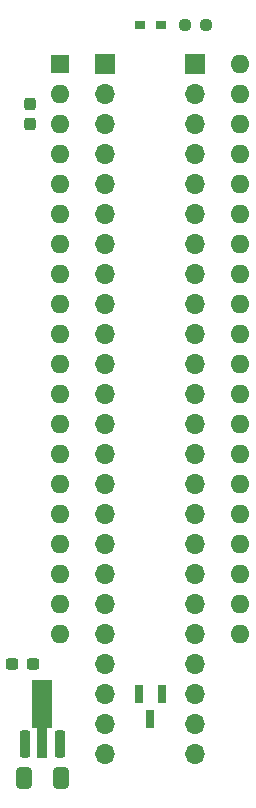
<source format=gbr>
G04 #@! TF.GenerationSoftware,KiCad,Pcbnew,8.0.4+dfsg-1*
G04 #@! TF.CreationDate,2025-02-22T20:55:47+09:00*
G04 #@! TF.ProjectId,bionic-f3850-ldo,62696f6e-6963-42d6-9633-3835302d6c64,6*
G04 #@! TF.SameCoordinates,Original*
G04 #@! TF.FileFunction,Soldermask,Top*
G04 #@! TF.FilePolarity,Negative*
%FSLAX46Y46*%
G04 Gerber Fmt 4.6, Leading zero omitted, Abs format (unit mm)*
G04 Created by KiCad (PCBNEW 8.0.4+dfsg-1) date 2025-02-22 20:55:47*
%MOMM*%
%LPD*%
G01*
G04 APERTURE LIST*
G04 Aperture macros list*
%AMRoundRect*
0 Rectangle with rounded corners*
0 $1 Rounding radius*
0 $2 $3 $4 $5 $6 $7 $8 $9 X,Y pos of 4 corners*
0 Add a 4 corners polygon primitive as box body*
4,1,4,$2,$3,$4,$5,$6,$7,$8,$9,$2,$3,0*
0 Add four circle primitives for the rounded corners*
1,1,$1+$1,$2,$3*
1,1,$1+$1,$4,$5*
1,1,$1+$1,$6,$7*
1,1,$1+$1,$8,$9*
0 Add four rect primitives between the rounded corners*
20,1,$1+$1,$2,$3,$4,$5,0*
20,1,$1+$1,$4,$5,$6,$7,0*
20,1,$1+$1,$6,$7,$8,$9,0*
20,1,$1+$1,$8,$9,$2,$3,0*%
%AMFreePoly0*
4,1,9,5.362500,-0.866500,1.237500,-0.866500,1.237500,-0.450000,-1.237500,-0.450000,-1.237500,0.450000,1.237500,0.450000,1.237500,0.866500,5.362500,0.866500,5.362500,-0.866500,5.362500,-0.866500,$1*%
G04 Aperture macros list end*
%ADD10R,1.600000X1.600000*%
%ADD11O,1.600000X1.600000*%
%ADD12RoundRect,0.250000X0.412500X0.650000X-0.412500X0.650000X-0.412500X-0.650000X0.412500X-0.650000X0*%
%ADD13RoundRect,0.237500X-0.300000X-0.237500X0.300000X-0.237500X0.300000X0.237500X-0.300000X0.237500X0*%
%ADD14RoundRect,0.237500X0.237500X-0.300000X0.237500X0.300000X-0.237500X0.300000X-0.237500X-0.300000X0*%
%ADD15R,0.965200X0.762000*%
%ADD16RoundRect,0.237500X-0.250000X-0.237500X0.250000X-0.237500X0.250000X0.237500X-0.250000X0.237500X0*%
%ADD17R,0.660400X1.625600*%
%ADD18RoundRect,0.225000X0.225000X-0.925000X0.225000X0.925000X-0.225000X0.925000X-0.225000X-0.925000X0*%
%ADD19FreePoly0,90.000000*%
%ADD20R,1.700000X1.700000*%
%ADD21O,1.700000X1.700000*%
G04 APERTURE END LIST*
D10*
X106080000Y-75080000D03*
D11*
X106080000Y-77620000D03*
X106080000Y-80160000D03*
X106080000Y-82700000D03*
X106080000Y-85240000D03*
X106080000Y-87780000D03*
X106080000Y-90320000D03*
X106080000Y-92860000D03*
X106080000Y-95400000D03*
X106080000Y-97940000D03*
X106080000Y-100480000D03*
X106080000Y-103020000D03*
X106080000Y-105560000D03*
X106080000Y-108100000D03*
X106080000Y-110640000D03*
X106080000Y-113180000D03*
X106080000Y-115720000D03*
X106080000Y-118260000D03*
X106080000Y-120800000D03*
X106080000Y-123340000D03*
X121320000Y-123340000D03*
X121320000Y-120800000D03*
X121320000Y-118260000D03*
X121320000Y-115720000D03*
X121320000Y-113180000D03*
X121320000Y-110640000D03*
X121320000Y-108100000D03*
X121320000Y-105560000D03*
X121320000Y-103020000D03*
X121320000Y-100480000D03*
X121320000Y-97940000D03*
X121320000Y-95400000D03*
X121320000Y-92860000D03*
X121320000Y-90320000D03*
X121320000Y-87780000D03*
X121320000Y-85240000D03*
X121320000Y-82700000D03*
X121320000Y-80160000D03*
X121320000Y-77620000D03*
X121320000Y-75080000D03*
D12*
X106118500Y-135532000D03*
X102993500Y-135532000D03*
D13*
X102017100Y-125829200D03*
X103742100Y-125829200D03*
D14*
X103489200Y-80158900D03*
X103489200Y-78433900D03*
D15*
X114576300Y-71778000D03*
X112823700Y-71778000D03*
D16*
X116597500Y-71778000D03*
X118422500Y-71778000D03*
D17*
X114650001Y-128420000D03*
X112749999Y-128420000D03*
X113700000Y-130552000D03*
D18*
X103056000Y-132648000D03*
D19*
X104556000Y-132560500D03*
D18*
X106056000Y-132648000D03*
D20*
X109890000Y-75080000D03*
D21*
X109890000Y-77620000D03*
X109890000Y-80160000D03*
X109890000Y-82700000D03*
X109890000Y-85240000D03*
X109890000Y-87780000D03*
X109890000Y-90320000D03*
X109890000Y-92860000D03*
X109890000Y-95400000D03*
X109890000Y-97940000D03*
X109890000Y-100480000D03*
X109890000Y-103020000D03*
X109890000Y-105560000D03*
X109890000Y-108100000D03*
X109890000Y-110640000D03*
X109890000Y-113180000D03*
X109890000Y-115720000D03*
X109890000Y-118260000D03*
X109890000Y-120800000D03*
X109890000Y-123340000D03*
X109890000Y-125880000D03*
X109890000Y-128420000D03*
X109890000Y-130960000D03*
X109890000Y-133500000D03*
X117510000Y-133500000D03*
X117510000Y-130960000D03*
X117510000Y-128420000D03*
X117510000Y-125880000D03*
X117510000Y-123340000D03*
X117510000Y-120800000D03*
X117510000Y-118260000D03*
X117510000Y-115720000D03*
X117510000Y-113180000D03*
X117510000Y-110640000D03*
X117510000Y-108100000D03*
X117510000Y-105560000D03*
X117510000Y-103020000D03*
X117510000Y-100480000D03*
X117510000Y-97940000D03*
X117510000Y-95400000D03*
X117510000Y-92860000D03*
X117510000Y-90320000D03*
X117510000Y-87780000D03*
X117510000Y-85240000D03*
X117510000Y-82700000D03*
X117510000Y-80160000D03*
X117510000Y-77620000D03*
D20*
X117510000Y-75080000D03*
M02*

</source>
